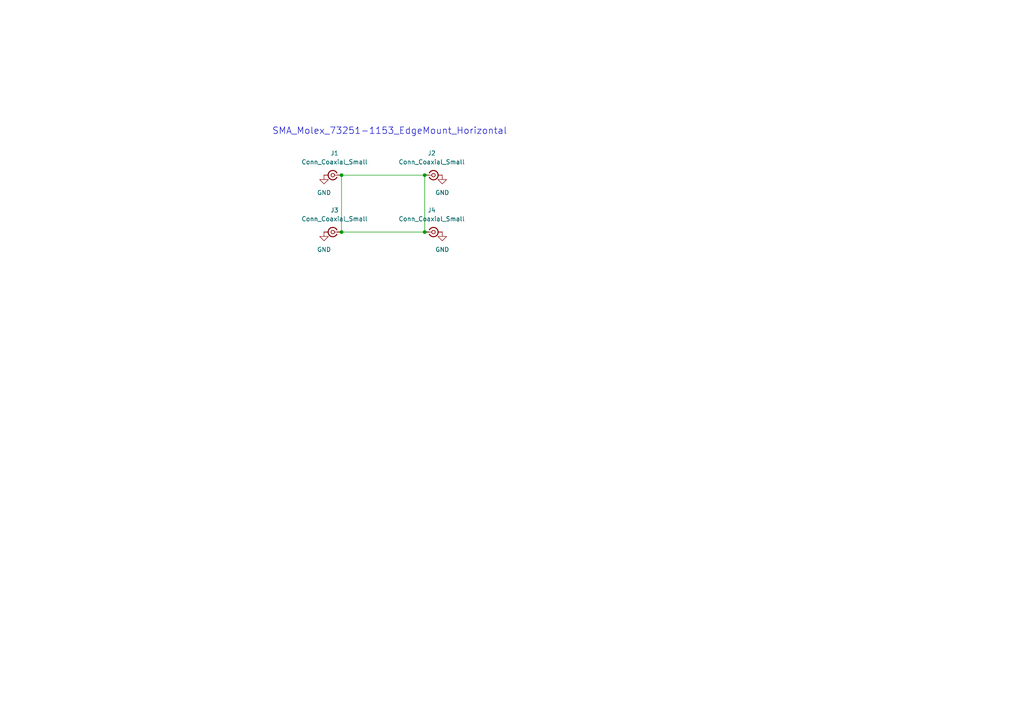
<source format=kicad_sch>
(kicad_sch (version 20231120) (generator "eeschema") (generator_version "8.0")
  (paper "A4")
  (title_block (title "Rat-Race Coupler - PG53914") (date "2025-04-03"))
  (lib_symbols
    (symbol "Connector:Conn_Coaxial_Small" (pin_numbers hide) (pin_names (offset 1.016) hide)
      (property "Reference" "J" (at 0.254 3.048 0))
      (property "Value" "Conn_Coaxial_Small" (at 0 -3.81 0))
      (symbol "Conn_Coaxial_Small_0_1"
        (polyline (pts (xy -2.54 0) (xy -0.508 0)))
        (circle (center 0 0) (radius 0.508) (stroke (width 0.2032)))
      )
      (symbol "Conn_Coaxial_Small_1_1"
        (arc (start -1.1916 -0.6311) (mid 0.327 -1.3081) (end 1.3484 0.0039) (stroke (width 0.3048)))
        (arc (start 1.3484 -0.0039) (mid 0.327 1.3081) (end -1.1916 0.6311) (stroke (width 0.3048)))
        (pin passive line (at -2.54 0 0) (length 1.27) (name "In") (number "1"))
        (pin passive line (at 2.54 0 180) (length 1.27) (name "Ext") (number "2"))
      )
    )
    (symbol "power:GND" (power) (pin_numbers hide) (pin_names (offset 0) hide)
      (property "Value" "GND" (at 0 -3.81 0))
      (symbol "GND_0_1"
        (polyline (pts (xy 0 0) (xy 0 -1.27) (xy 1.27 -1.27) (xy 0 -2.54) (xy -1.27 -1.27) (xy 0 -1.27)))
      )
      (symbol "GND_1_1"
        (pin power_in line (at 0 0 270) (length 0) (name "~") (number "1"))
      )
    )
  )
  (junction (at 123.19 50.8))
  (junction (at 123.19 67.31))
  (junction (at 99.06 67.31))
  (junction (at 99.06 50.8))
  (wire (pts (xy 99.06 50.8) (xy 99.06 67.31)))
  (wire (pts (xy 123.19 50.8) (xy 123.19 67.31)))
  (wire (pts (xy 99.06 67.31) (xy 123.19 67.31)))
  (wire (pts (xy 99.06 50.8) (xy 123.19 50.8)))
  (text "SMA_Molex_73251-1153_EdgeMount_Horizontal" (at 113.03 38.1 0) (effects (font (size 1.905 1.905))))
  (symbol (lib_id "power:GND") (at 93.98 67.31 0) (unit 1)
    (property "Reference" "#PWR03" (effects (hide yes)))
    (property "Value" "GND" (at 93.98 72.39 0))
    (property "Description" "Power symbol creates a global label with name \"GND\" , ground" (effects (hide yes)))
  )
  (symbol (lib_id "power:GND") (at 128.27 50.8 0) (unit 1)
    (property "Reference" "#PWR02" (effects (hide yes)))
    (property "Value" "GND" (at 128.27 55.88 0))
    (property "Description" "Power symbol creates a global label with name \"GND\" , ground" (effects (hide yes)))
  )
  (symbol (lib_id "Connector:Conn_Coaxial_Small") (at 125.73 50.8 0) (unit 1)
    (property "Reference" "J2" (at 125.2104 44.45 0))
    (property "Value" "Conn_Coaxial_Small" (at 125.2104 46.99 0))
    (property "Footprint" "Connector_Coaxial:SMA_Molex_73251-1153_EdgeMount_Horizontal" (effects (hide yes)))
    (property "Description" "small coaxial connector (BNC, SMA, SMB, SMC, Cinch/RCA, LEMO, ...)" (effects (hide yes)))
  )
  (symbol (lib_id "Connector:Conn_Coaxial_Small") (at 96.52 50.8 180) (unit 1)
    (property "Reference" "J1" (at 97.0395 44.45 0))
    (property "Value" "Conn_Coaxial_Small" (at 97.0395 46.99 0))
    (property "Footprint" "Connector_Coaxial:SMA_Molex_73251-1153_EdgeMount_Horizontal" (effects (hide yes)))
    (property "Description" "small coaxial connector (BNC, SMA, SMB, SMC, Cinch/RCA, LEMO, ...)" (effects (hide yes)))
  )
  (symbol (lib_id "power:GND") (at 128.27 67.31 0) (unit 1)
    (property "Reference" "#PWR04" (effects (hide yes)))
    (property "Value" "GND" (at 128.27 72.39 0))
    (property "Description" "Power symbol creates a global label with name \"GND\" , ground" (effects (hide yes)))
  )
  (symbol (lib_id "Connector:Conn_Coaxial_Small") (at 96.52 67.31 180) (unit 1)
    (property "Reference" "J3" (at 97.0395 60.96 0))
    (property "Value" "Conn_Coaxial_Small" (at 97.0395 63.5 0))
    (property "Footprint" "Connector_Coaxial:SMA_Molex_73251-1153_EdgeMount_Horizontal" (effects (hide yes)))
    (property "Description" "small coaxial connector (BNC, SMA, SMB, SMC, Cinch/RCA, LEMO, ...)" (effects (hide yes)))
  )
  (symbol (lib_id "Connector:Conn_Coaxial_Small") (at 125.73 67.31 0) (unit 1)
    (property "Reference" "J4" (at 125.2104 60.96 0))
    (property "Value" "Conn_Coaxial_Small" (at 125.2104 63.5 0))
    (property "Footprint" "Connector_Coaxial:SMA_Molex_73251-1153_EdgeMount_Horizontal" (effects (hide yes)))
    (property "Description" "small coaxial connector (BNC, SMA, SMB, SMC, Cinch/RCA, LEMO, ...)" (effects (hide yes)))
  )
  (symbol (lib_id "power:GND") (at 93.98 50.8 0) (unit 1)
    (property "Reference" "#PWR01" (effects (hide yes)))
    (property "Value" "GND" (at 93.98 55.88 0))
    (property "Description" "Power symbol creates a global label with name \"GND\" , ground" (effects (hide yes)))
  )
)
</source>
